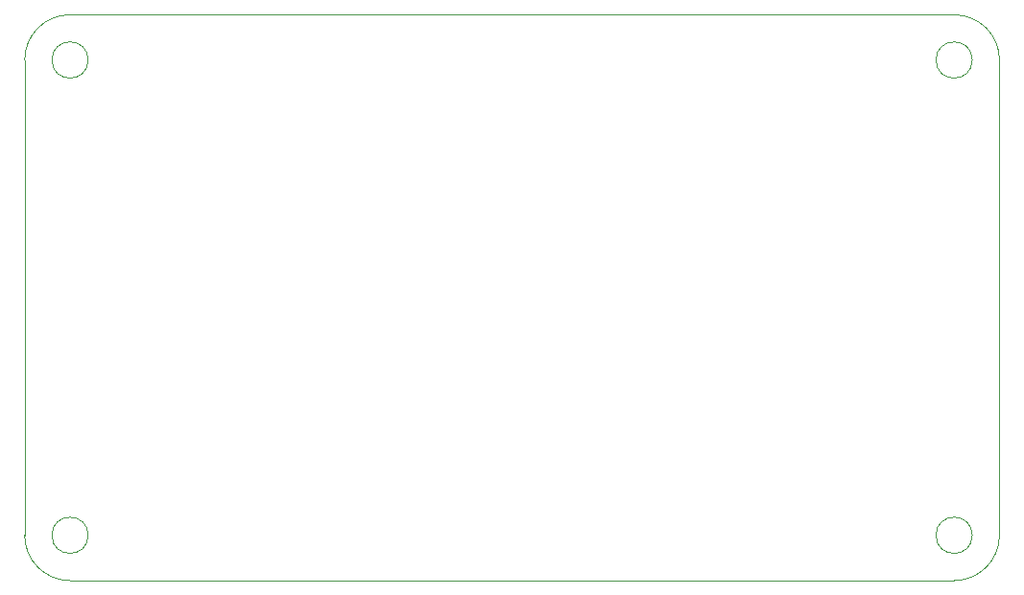
<source format=gbr>
%TF.GenerationSoftware,KiCad,Pcbnew,7.0.11+dfsg-1build4*%
%TF.CreationDate,2024-10-25T06:38:10+02:00*%
%TF.ProjectId,BertheVarioTac-Shema,42657274-6865-4566-9172-696f5461632d,rev?*%
%TF.SameCoordinates,Original*%
%TF.FileFunction,Profile,NP*%
%FSLAX46Y46*%
G04 Gerber Fmt 4.6, Leading zero omitted, Abs format (unit mm)*
G04 Created by KiCad (PCBNEW 7.0.11+dfsg-1build4) date 2024-10-25 06:38:10*
%MOMM*%
%LPD*%
G01*
G04 APERTURE LIST*
%TA.AperFunction,Profile*%
%ADD10C,0.050000*%
%TD*%
G04 APERTURE END LIST*
D10*
X174000000Y-142000000D02*
G75*
G03*
X178000000Y-138000000I0J4000000D01*
G01*
X175600000Y-96000000D02*
G75*
G03*
X172400000Y-96000000I-1600000J0D01*
G01*
X172400000Y-96000000D02*
G75*
G03*
X175600000Y-96000000I1600000J0D01*
G01*
X174000000Y-142000000D02*
X96000000Y-142000000D01*
X96000000Y-92000000D02*
X174000000Y-92000000D01*
X97600000Y-138000000D02*
G75*
G03*
X94400000Y-138000000I-1600000J0D01*
G01*
X94400000Y-138000000D02*
G75*
G03*
X97600000Y-138000000I1600000J0D01*
G01*
X96000000Y-92000000D02*
G75*
G03*
X92000000Y-96000000I0J-4000000D01*
G01*
X92000000Y-138000000D02*
G75*
G03*
X96000000Y-142000000I4000000J0D01*
G01*
X92000000Y-138000000D02*
X92000000Y-96000000D01*
X178000000Y-96000000D02*
G75*
G03*
X174000000Y-92000000I-4000000J0D01*
G01*
X97600000Y-96000000D02*
G75*
G03*
X94400000Y-96000000I-1600000J0D01*
G01*
X94400000Y-96000000D02*
G75*
G03*
X97600000Y-96000000I1600000J0D01*
G01*
X175600000Y-138000000D02*
G75*
G03*
X172400000Y-138000000I-1600000J0D01*
G01*
X172400000Y-138000000D02*
G75*
G03*
X175600000Y-138000000I1600000J0D01*
G01*
X178000000Y-96000000D02*
X178000000Y-138000000D01*
M02*

</source>
